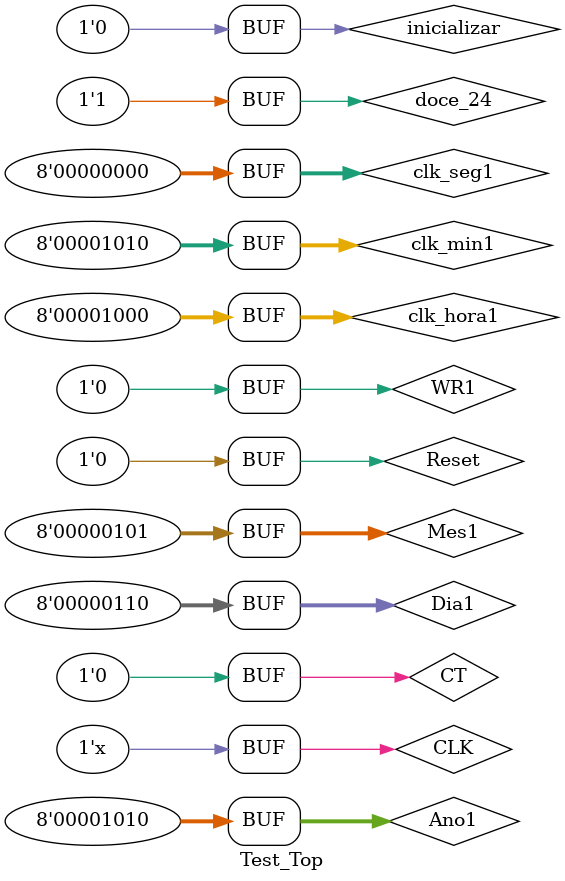
<source format=v>
`timescale 1ns / 1ps


module Test_Top;

	// Inputs
	reg CLK;
	reg Reset;
	reg inicializar;
	reg WR1;
	reg CT;
	reg doce_24;
	reg [7:0] clk_seg1;
	reg [7:0] clk_min1;
	reg [7:0] clk_hora1;
	reg [7:0] Mes1;
	reg [7:0] Dia1;
	reg [7:0] Ano1;
	reg [7:0]T_seg,T_min,T_hora;
	// Outputs
	wire [7:0] Mes2;
	wire [7:0] Dia2;
	wire [7:0] Ano2;
	wire [7:0] Seg2;
	wire [7:0] Min2;
	wire [7:0] Hora2;
	wire [7:0] Seg2_T;
	wire [7:0] Min2_T;
	wire [7:0] Hora2_T;
	wire WRO;
	wire CSO,alarma_ON;
	wire ADO;
	wire RDO;
	// Bidirs
	wire [7:0] Bus_Dato_Dir;

	// Instantiate the Unit Under Test (UUT)
	Top_Instanciacion uut (
		.CLK(CLK), 
		.Reset(Reset), 
		.inicializar(inicializar),
		.WR1(WR1), 
		.CT(CT),
		.doce_24(doce_24),
		.clk_seg1(clk_seg1), 
		.clk_min1(clk_min1), 
		.clk_hora1(clk_hora1), 
		.Mes1(Mes1), 
		.Dia1(Dia1), 
		.Ano1(Ano1), 
		.Mes2(Mes2), 
		.Dia2(Dia2), 
		.Ano2(Ano2), 
		.Seg2(Seg2), 
		.Min2(Min2), 
		.Hora2(Hora2), 
		.Seg2_T(Seg2_T), 
		.Min2_T(Min2_T), 
		.Hora2_T(Hora2_T), 
		.WRO(WRO), 
		.CSO(CSO), 
		.ADO(ADO), 
		.RDO(RDO), 
		.Bus_Dato_Dir(Bus_Dato_Dir),
		.T_seg(T_seg),
		.T_min(T_min),
		.T_hora(T_hora),
		.alarma_ON(alarma_ON)
	);
assign Bus_Dato_Dir = (~RDO) ?  8'b00100011 : 8'bzzzzzzzz;
	initial begin
		// Initialize Inputs
		CLK = 0;
		Reset = 0;
		WR1 = 0;
		CT = 0;
		clk_seg1 = 0;
		clk_min1 = 0;
		clk_hora1 = 0;
		doce_24 = 0;
		Mes1 = 0;
		Dia1 = 0;
		Ano1 = 0;

		// Wait 100 ns for global reset to finish
		#10;
      Reset = 1;
		#10;
		Reset = 0;
		#10;
		inicializar = 1;
		#1000;
		inicializar = 0;
		#10;
		doce_24 = 1;
		WR1 = 0;
		#580;
		WR1 = 1;
		#4000;
		WR1 = 0;
		CT = 1;
		clk_seg1 = 0;
		clk_min1 = 10;
		clk_hora1 = 8;
		Mes1 = 3;
		Dia1 = 15;
		Ano1 = 16;
		#4000;
		doce_24 = 1;
		CT = 0;
		Mes1 = 5;
		Dia1 = 6;
		Ano1 = 10;
		#4000;
		#10;
		inicializar = 1;
		#2000;
		inicializar = 0;
		#10;
	end
  always  begin
		#5	CLK = ~CLK;
		end      
endmodule


</source>
